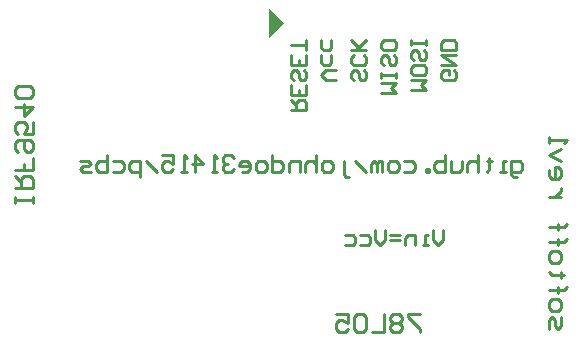
<source format=gbo>
G04 Layer_Color=13813960*
%FSLAX25Y25*%
%MOIN*%
G70*
G01*
G75*
%ADD18C,0.01000*%
G36*
X93000Y112500D02*
X88000Y107500D01*
Y117500D01*
X93000Y112500D01*
D02*
G37*
D18*
X149665Y96829D02*
X150498Y95996D01*
Y94330D01*
X149665Y93497D01*
X146333D01*
X145500Y94330D01*
Y95996D01*
X146333Y96829D01*
X147999D01*
Y95163D01*
X145500Y98495D02*
X150498D01*
X145500Y101827D01*
X150498D01*
Y103493D02*
X145500D01*
Y105993D01*
X146333Y106826D01*
X149665D01*
X150498Y105993D01*
Y103493D01*
X135500Y90165D02*
X140498D01*
X138832Y91831D01*
X140498Y93497D01*
X135500D01*
X140498Y97662D02*
Y95996D01*
X139665Y95163D01*
X136333D01*
X135500Y95996D01*
Y97662D01*
X136333Y98495D01*
X139665D01*
X140498Y97662D01*
X139665Y103493D02*
X140498Y102661D01*
Y100994D01*
X139665Y100161D01*
X138832D01*
X137999Y100994D01*
Y102661D01*
X137166Y103493D01*
X136333D01*
X135500Y102661D01*
Y100994D01*
X136333Y100161D01*
X140498Y105160D02*
Y106826D01*
Y105993D01*
X135500D01*
Y105160D01*
Y106826D01*
X125500Y89331D02*
X130498D01*
X128832Y90998D01*
X130498Y92664D01*
X125500D01*
X130498Y94330D02*
Y95996D01*
Y95163D01*
X125500D01*
Y94330D01*
Y95996D01*
X129665Y101827D02*
X130498Y100994D01*
Y99328D01*
X129665Y98495D01*
X128832D01*
X127999Y99328D01*
Y100994D01*
X127166Y101827D01*
X126333D01*
X125500Y100994D01*
Y99328D01*
X126333Y98495D01*
X130498Y105993D02*
Y104327D01*
X129665Y103493D01*
X126333D01*
X125500Y104327D01*
Y105993D01*
X126333Y106826D01*
X129665D01*
X130498Y105993D01*
X119665Y96829D02*
X120498Y95996D01*
Y94330D01*
X119665Y93497D01*
X118832D01*
X117999Y94330D01*
Y95996D01*
X117166Y96829D01*
X116333D01*
X115500Y95996D01*
Y94330D01*
X116333Y93497D01*
X119665Y101827D02*
X120498Y100994D01*
Y99328D01*
X119665Y98495D01*
X116333D01*
X115500Y99328D01*
Y100994D01*
X116333Y101827D01*
X120498Y103493D02*
X115500D01*
X117166D01*
X120498Y106826D01*
X117999Y104327D01*
X115500Y106826D01*
X110498Y93497D02*
X107166D01*
X105500Y95163D01*
X107166Y96829D01*
X110498D01*
X108832Y101827D02*
Y99328D01*
X107999Y98495D01*
X106333D01*
X105500Y99328D01*
Y101827D01*
X108832Y106826D02*
Y104327D01*
X107999Y103493D01*
X106333D01*
X105500Y104327D01*
Y106826D01*
X95500Y83500D02*
X100498D01*
Y85999D01*
X99665Y86832D01*
X97999D01*
X97166Y85999D01*
Y83500D01*
Y85166D02*
X95500Y86832D01*
X100498Y91831D02*
Y88498D01*
X95500D01*
Y91831D01*
X97999Y88498D02*
Y90165D01*
X99665Y96829D02*
X100498Y95996D01*
Y94330D01*
X99665Y93497D01*
X98832D01*
X97999Y94330D01*
Y95996D01*
X97166Y96829D01*
X96333D01*
X95500Y95996D01*
Y94330D01*
X96333Y93497D01*
X100498Y101827D02*
Y98495D01*
X95500D01*
Y101827D01*
X97999Y98495D02*
Y100161D01*
X100498Y103493D02*
Y106826D01*
Y105160D01*
X95500D01*
X146000Y43498D02*
Y40166D01*
X144334Y38500D01*
X142668Y40166D01*
Y43498D01*
X141002Y38500D02*
X139336D01*
X140169D01*
Y41832D01*
X141002D01*
X136836Y38500D02*
Y41832D01*
X134337D01*
X133504Y40999D01*
Y38500D01*
X131838Y40166D02*
X128506D01*
X131838Y41832D02*
X128506D01*
X126839Y43498D02*
Y40166D01*
X125173Y38500D01*
X123507Y40166D01*
Y43498D01*
X118509Y41832D02*
X121008D01*
X121841Y40999D01*
Y39333D01*
X121008Y38500D01*
X118509D01*
X113511Y41832D02*
X116010D01*
X116843Y40999D01*
Y39333D01*
X116010Y38500D01*
X113511D01*
X9498Y52500D02*
Y54499D01*
Y53500D01*
X3500D01*
Y52500D01*
Y54499D01*
Y57498D02*
X9498D01*
Y60497D01*
X8498Y61497D01*
X6499D01*
X5499Y60497D01*
Y57498D01*
Y59498D02*
X3500Y61497D01*
X9498Y67495D02*
Y63496D01*
X6499D01*
Y65496D01*
Y63496D01*
X3500D01*
X4500Y69494D02*
X3500Y70494D01*
Y72493D01*
X4500Y73493D01*
X8498D01*
X9498Y72493D01*
Y70494D01*
X8498Y69494D01*
X7499D01*
X6499Y70494D01*
Y73493D01*
X9498Y79491D02*
Y75493D01*
X6499D01*
X7499Y77492D01*
Y78492D01*
X6499Y79491D01*
X4500D01*
X3500Y78492D01*
Y76492D01*
X4500Y75493D01*
X3500Y84490D02*
X9498D01*
X6499Y81491D01*
Y85489D01*
X8498Y87489D02*
X9498Y88488D01*
Y90488D01*
X8498Y91487D01*
X4500D01*
X3500Y90488D01*
Y88488D01*
X4500Y87489D01*
X8498D01*
X138500Y15498D02*
X134501D01*
Y14498D01*
X138500Y10500D01*
Y9500D01*
X132502Y14498D02*
X131502Y15498D01*
X129503D01*
X128503Y14498D01*
Y13499D01*
X129503Y12499D01*
X128503Y11499D01*
Y10500D01*
X129503Y9500D01*
X131502D01*
X132502Y10500D01*
Y11499D01*
X131502Y12499D01*
X132502Y13499D01*
Y14498D01*
X131502Y12499D02*
X129503D01*
X126504Y15498D02*
Y9500D01*
X122505D01*
X120506Y14498D02*
X119506Y15498D01*
X117507D01*
X116507Y14498D01*
Y10500D01*
X117507Y9500D01*
X119506D01*
X120506Y10500D01*
Y14498D01*
X110509Y15498D02*
X114508D01*
Y12499D01*
X112508Y13499D01*
X111509D01*
X110509Y12499D01*
Y10500D01*
X111509Y9500D01*
X113508D01*
X114508Y10500D01*
X170667Y61167D02*
X169751D01*
X168834Y62084D01*
Y66666D01*
X171584D01*
X172500Y65749D01*
Y63916D01*
X171584Y63000D01*
X168834D01*
X167002D02*
X165169D01*
X166085D01*
Y66666D01*
X167002D01*
X161504Y67582D02*
Y66666D01*
X162420D01*
X160587D01*
X161504D01*
Y63916D01*
X160587Y63000D01*
X157838Y68498D02*
Y63000D01*
Y65749D01*
X156922Y66666D01*
X155089D01*
X154173Y65749D01*
Y63000D01*
X152340Y66666D02*
Y63916D01*
X151424Y63000D01*
X148674D01*
Y66666D01*
X146842Y68498D02*
Y63000D01*
X144093D01*
X143176Y63916D01*
Y64833D01*
Y65749D01*
X144093Y66666D01*
X146842D01*
X141343Y63000D02*
Y63916D01*
X140427D01*
Y63000D01*
X141343D01*
X133096Y66666D02*
X135845D01*
X136762Y65749D01*
Y63916D01*
X135845Y63000D01*
X133096D01*
X130347D02*
X128514D01*
X127598Y63916D01*
Y65749D01*
X128514Y66666D01*
X130347D01*
X131263Y65749D01*
Y63916D01*
X130347Y63000D01*
X125765D02*
Y66666D01*
X124849D01*
X123932Y65749D01*
Y63000D01*
Y65749D01*
X123016Y66666D01*
X122100Y65749D01*
Y63000D01*
X120267D02*
X116601Y66666D01*
X114769Y61167D02*
X113852D01*
X112936Y62084D01*
Y66666D01*
X108354Y63000D02*
X106521D01*
X105605Y63916D01*
Y65749D01*
X106521Y66666D01*
X108354D01*
X109271Y65749D01*
Y63916D01*
X108354Y63000D01*
X103772Y68498D02*
Y63000D01*
Y65749D01*
X102856Y66666D01*
X101023D01*
X100107Y65749D01*
Y63000D01*
X98274D02*
Y66666D01*
X95525D01*
X94609Y65749D01*
Y63000D01*
X89110Y68498D02*
Y63000D01*
X91859D01*
X92776Y63916D01*
Y65749D01*
X91859Y66666D01*
X89110D01*
X86361Y63000D02*
X84528D01*
X83612Y63916D01*
Y65749D01*
X84528Y66666D01*
X86361D01*
X87278Y65749D01*
Y63916D01*
X86361Y63000D01*
X79030D02*
X80863D01*
X81779Y63916D01*
Y65749D01*
X80863Y66666D01*
X79030D01*
X78114Y65749D01*
Y64833D01*
X81779D01*
X76281Y67582D02*
X75365Y68498D01*
X73532D01*
X72616Y67582D01*
Y66666D01*
X73532Y65749D01*
X74448D01*
X73532D01*
X72616Y64833D01*
Y63916D01*
X73532Y63000D01*
X75365D01*
X76281Y63916D01*
X70783Y63000D02*
X68950D01*
X69867D01*
Y68498D01*
X70783Y67582D01*
X63452Y63000D02*
Y68498D01*
X66201Y65749D01*
X62536D01*
X60703Y63000D02*
X58870D01*
X59786D01*
Y68498D01*
X60703Y67582D01*
X52456Y68498D02*
X56121D01*
Y65749D01*
X54288Y66666D01*
X53372D01*
X52456Y65749D01*
Y63916D01*
X53372Y63000D01*
X55205D01*
X56121Y63916D01*
X50623Y63000D02*
X46957Y66666D01*
X45125Y61167D02*
Y66666D01*
X42375D01*
X41459Y65749D01*
Y63916D01*
X42375Y63000D01*
X45125D01*
X35961Y66666D02*
X38710D01*
X39626Y65749D01*
Y63916D01*
X38710Y63000D01*
X35961D01*
X34128Y68498D02*
Y63000D01*
X31379D01*
X30463Y63916D01*
Y64833D01*
Y65749D01*
X31379Y66666D01*
X34128D01*
X28630Y63000D02*
X25881D01*
X24964Y63916D01*
X25881Y64833D01*
X27714D01*
X28630Y65749D01*
X27714Y66666D01*
X24964D01*
X181500Y10500D02*
Y13499D01*
X182500Y14499D01*
X183499Y13499D01*
Y11500D01*
X184499Y10500D01*
X185499Y11500D01*
Y14499D01*
X181500Y17498D02*
Y19497D01*
X182500Y20497D01*
X184499D01*
X185499Y19497D01*
Y17498D01*
X184499Y16498D01*
X182500D01*
X181500Y17498D01*
Y23496D02*
X186498D01*
X184499D01*
Y22496D01*
Y24496D01*
Y23496D01*
X186498D01*
X187498Y24496D01*
X186498Y28494D02*
X185499D01*
Y27494D01*
Y29494D01*
Y28494D01*
X182500D01*
X181500Y29494D01*
Y33493D02*
Y35492D01*
X182500Y36492D01*
X184499D01*
X185499Y35492D01*
Y33493D01*
X184499Y32493D01*
X182500D01*
X181500Y33493D01*
Y39491D02*
X186498D01*
X184499D01*
Y38491D01*
Y40490D01*
Y39491D01*
X186498D01*
X187498Y40490D01*
X181500Y44489D02*
X186498D01*
X184499D01*
Y43489D01*
Y45489D01*
Y44489D01*
X186498D01*
X187498Y45489D01*
X185499Y54486D02*
X181500D01*
X183499D01*
X184499Y55485D01*
X185499Y56485D01*
Y57485D01*
X181500Y63483D02*
Y61484D01*
X182500Y60484D01*
X184499D01*
X185499Y61484D01*
Y63483D01*
X184499Y64482D01*
X183499D01*
Y60484D01*
X185499Y66482D02*
X181500Y68481D01*
X185499Y70481D01*
X181500Y72480D02*
Y74479D01*
Y73480D01*
X187498D01*
X186498Y72480D01*
M02*

</source>
